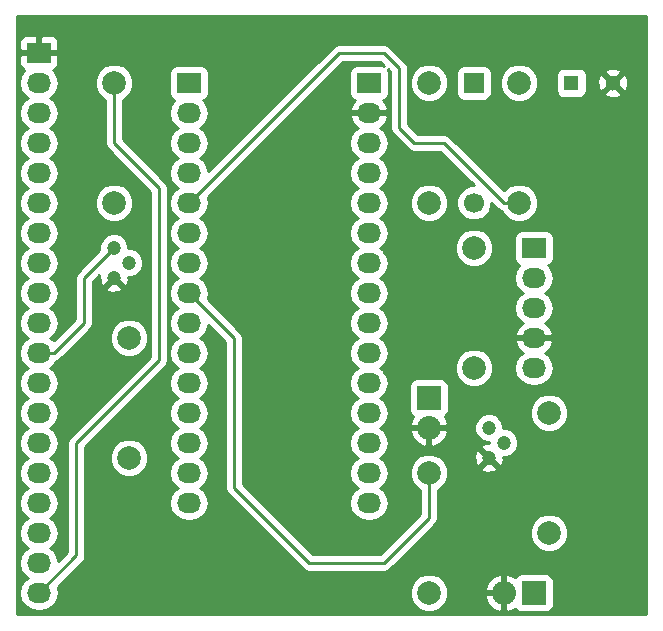
<source format=gbl>
G04 #@! TF.FileFunction,Copper,L2,Bot,Signal*
%FSLAX46Y46*%
G04 Gerber Fmt 4.6, Leading zero omitted, Abs format (unit mm)*
G04 Created by KiCad (PCBNEW 4.0.4+e1-6308~48~ubuntu16.04.1-stable) date Mon Oct 24 14:40:12 2016*
%MOMM*%
%LPD*%
G01*
G04 APERTURE LIST*
%ADD10C,0.100000*%
%ADD11R,2.032000X1.727200*%
%ADD12O,2.032000X1.727200*%
%ADD13C,1.998980*%
%ADD14C,1.200000*%
%ADD15R,2.032000X2.032000*%
%ADD16O,2.032000X2.032000*%
%ADD17C,1.699260*%
%ADD18R,1.699260X1.699260*%
%ADD19C,1.300000*%
%ADD20R,1.300000X1.300000*%
%ADD21C,0.250000*%
%ADD22C,0.254000*%
G04 APERTURE END LIST*
D10*
D11*
X31750000Y-76200000D03*
D12*
X31750000Y-78740000D03*
X31750000Y-81280000D03*
X31750000Y-83820000D03*
X31750000Y-86360000D03*
X31750000Y-88900000D03*
X31750000Y-91440000D03*
X31750000Y-93980000D03*
X31750000Y-96520000D03*
X31750000Y-99060000D03*
X31750000Y-101600000D03*
X31750000Y-104140000D03*
X31750000Y-106680000D03*
X31750000Y-109220000D03*
X31750000Y-111760000D03*
X31750000Y-114300000D03*
X31750000Y-116840000D03*
X31750000Y-119380000D03*
X31750000Y-121920000D03*
D13*
X72390000Y-88900000D03*
X72390000Y-78740000D03*
X68580000Y-92710000D03*
X68580000Y-102870000D03*
X64770000Y-121920000D03*
X64770000Y-111760000D03*
X39370000Y-110490000D03*
X39370000Y-100330000D03*
X38100000Y-78740000D03*
X38100000Y-88900000D03*
D14*
X38100000Y-95250000D03*
X39370000Y-93980000D03*
X38100000Y-92710000D03*
D15*
X73660000Y-121920000D03*
D16*
X71120000Y-121920000D03*
D15*
X64770000Y-105410000D03*
D16*
X64770000Y-107950000D03*
D11*
X73660000Y-92710000D03*
D12*
X73660000Y-95250000D03*
X73660000Y-97790000D03*
X73660000Y-100330000D03*
X73660000Y-102870000D03*
D11*
X59690000Y-78740000D03*
D12*
X59690000Y-81280000D03*
X59690000Y-83820000D03*
X59690000Y-86360000D03*
X59690000Y-88900000D03*
X59690000Y-91440000D03*
X59690000Y-93980000D03*
X59690000Y-96520000D03*
X59690000Y-99060000D03*
X59690000Y-101600000D03*
X59690000Y-104140000D03*
X59690000Y-106680000D03*
X59690000Y-109220000D03*
X59690000Y-111760000D03*
X59690000Y-114300000D03*
D11*
X44450000Y-78740000D03*
D12*
X44450000Y-81280000D03*
X44450000Y-83820000D03*
X44450000Y-86360000D03*
X44450000Y-88900000D03*
X44450000Y-91440000D03*
X44450000Y-93980000D03*
X44450000Y-96520000D03*
X44450000Y-99060000D03*
X44450000Y-101600000D03*
X44450000Y-104140000D03*
X44450000Y-106680000D03*
X44450000Y-109220000D03*
X44450000Y-111760000D03*
X44450000Y-114300000D03*
D17*
X68582540Y-88900520D03*
D18*
X68582540Y-78740520D03*
D13*
X74930000Y-106680000D03*
X74930000Y-116840000D03*
X64770000Y-78740000D03*
X64770000Y-88900000D03*
D14*
X69850000Y-110490000D03*
X71120000Y-109220000D03*
X69850000Y-107950000D03*
D19*
X80335000Y-78740000D03*
D20*
X76835000Y-78740000D03*
D21*
X69850000Y-110490000D02*
X67310000Y-107950000D01*
X71755000Y-100330000D02*
X73660000Y-100330000D01*
X70485000Y-101600000D02*
X71755000Y-100330000D01*
X70485000Y-104140000D02*
X70485000Y-101600000D01*
X67310000Y-107315000D02*
X70485000Y-104140000D01*
X67310000Y-107950000D02*
X67310000Y-107315000D01*
X35560000Y-95250000D02*
X38100000Y-92710000D01*
X35560000Y-99060000D02*
X35560000Y-95250000D01*
X33020000Y-101600000D02*
X35560000Y-99060000D01*
X31750000Y-101600000D02*
X33020000Y-101600000D01*
X34925000Y-118745000D02*
X31750000Y-121920000D01*
X34925000Y-109220000D02*
X34925000Y-118745000D01*
X41910000Y-102235000D02*
X34925000Y-109220000D01*
X41910000Y-87630000D02*
X41910000Y-102235000D01*
X38100000Y-83820000D02*
X41910000Y-87630000D01*
X38100000Y-78740000D02*
X38100000Y-83820000D01*
X72390000Y-88900000D02*
X71120000Y-88900000D01*
X71120000Y-88900000D02*
X66040000Y-83820000D01*
X66040000Y-83820000D02*
X63500000Y-83820000D01*
X63500000Y-83820000D02*
X62230000Y-82550000D01*
X62230000Y-82550000D02*
X62230000Y-77470000D01*
X62230000Y-77470000D02*
X60960000Y-76200000D01*
X60960000Y-76200000D02*
X57150000Y-76200000D01*
X57150000Y-76200000D02*
X44450000Y-88900000D01*
X64770000Y-111760000D02*
X64770000Y-115570000D01*
X64770000Y-115570000D02*
X60960000Y-119380000D01*
X60960000Y-119380000D02*
X54610000Y-119380000D01*
X54610000Y-119380000D02*
X48260000Y-113030000D01*
X48260000Y-113030000D02*
X48260000Y-100330000D01*
X48260000Y-100330000D02*
X44450000Y-96520000D01*
D22*
G36*
X83110000Y-123750000D02*
X29920000Y-123750000D01*
X29920000Y-78740000D01*
X30066655Y-78740000D01*
X30180729Y-79313489D01*
X30505585Y-79799670D01*
X30820366Y-80010000D01*
X30505585Y-80220330D01*
X30180729Y-80706511D01*
X30066655Y-81280000D01*
X30180729Y-81853489D01*
X30505585Y-82339670D01*
X30820366Y-82550000D01*
X30505585Y-82760330D01*
X30180729Y-83246511D01*
X30066655Y-83820000D01*
X30180729Y-84393489D01*
X30505585Y-84879670D01*
X30820366Y-85090000D01*
X30505585Y-85300330D01*
X30180729Y-85786511D01*
X30066655Y-86360000D01*
X30180729Y-86933489D01*
X30505585Y-87419670D01*
X30820366Y-87630000D01*
X30505585Y-87840330D01*
X30180729Y-88326511D01*
X30066655Y-88900000D01*
X30180729Y-89473489D01*
X30505585Y-89959670D01*
X30820366Y-90170000D01*
X30505585Y-90380330D01*
X30180729Y-90866511D01*
X30066655Y-91440000D01*
X30180729Y-92013489D01*
X30505585Y-92499670D01*
X30820366Y-92710000D01*
X30505585Y-92920330D01*
X30180729Y-93406511D01*
X30066655Y-93980000D01*
X30180729Y-94553489D01*
X30505585Y-95039670D01*
X30820366Y-95250000D01*
X30505585Y-95460330D01*
X30180729Y-95946511D01*
X30066655Y-96520000D01*
X30180729Y-97093489D01*
X30505585Y-97579670D01*
X30820366Y-97790000D01*
X30505585Y-98000330D01*
X30180729Y-98486511D01*
X30066655Y-99060000D01*
X30180729Y-99633489D01*
X30505585Y-100119670D01*
X30820366Y-100330000D01*
X30505585Y-100540330D01*
X30180729Y-101026511D01*
X30066655Y-101600000D01*
X30180729Y-102173489D01*
X30505585Y-102659670D01*
X30820366Y-102870000D01*
X30505585Y-103080330D01*
X30180729Y-103566511D01*
X30066655Y-104140000D01*
X30180729Y-104713489D01*
X30505585Y-105199670D01*
X30820366Y-105410000D01*
X30505585Y-105620330D01*
X30180729Y-106106511D01*
X30066655Y-106680000D01*
X30180729Y-107253489D01*
X30505585Y-107739670D01*
X30820366Y-107950000D01*
X30505585Y-108160330D01*
X30180729Y-108646511D01*
X30066655Y-109220000D01*
X30180729Y-109793489D01*
X30505585Y-110279670D01*
X30820366Y-110490000D01*
X30505585Y-110700330D01*
X30180729Y-111186511D01*
X30066655Y-111760000D01*
X30180729Y-112333489D01*
X30505585Y-112819670D01*
X30820366Y-113030000D01*
X30505585Y-113240330D01*
X30180729Y-113726511D01*
X30066655Y-114300000D01*
X30180729Y-114873489D01*
X30505585Y-115359670D01*
X30820366Y-115570000D01*
X30505585Y-115780330D01*
X30180729Y-116266511D01*
X30066655Y-116840000D01*
X30180729Y-117413489D01*
X30505585Y-117899670D01*
X30820366Y-118110000D01*
X30505585Y-118320330D01*
X30180729Y-118806511D01*
X30066655Y-119380000D01*
X30180729Y-119953489D01*
X30505585Y-120439670D01*
X30820366Y-120650000D01*
X30505585Y-120860330D01*
X30180729Y-121346511D01*
X30066655Y-121920000D01*
X30180729Y-122493489D01*
X30505585Y-122979670D01*
X30991766Y-123304526D01*
X31565255Y-123418600D01*
X31934745Y-123418600D01*
X32508234Y-123304526D01*
X32994415Y-122979670D01*
X33319271Y-122493489D01*
X33368958Y-122243694D01*
X63135226Y-122243694D01*
X63383538Y-122844655D01*
X63842927Y-123304846D01*
X64443453Y-123554206D01*
X65093694Y-123554774D01*
X65694655Y-123306462D01*
X66154846Y-122847073D01*
X66380787Y-122302944D01*
X69514025Y-122302944D01*
X69713615Y-122784818D01*
X70151621Y-123257188D01*
X70737054Y-123525983D01*
X70993000Y-123407367D01*
X70993000Y-122047000D01*
X69633164Y-122047000D01*
X69514025Y-122302944D01*
X66380787Y-122302944D01*
X66404206Y-122246547D01*
X66404774Y-121596306D01*
X66380293Y-121537056D01*
X69514025Y-121537056D01*
X69633164Y-121793000D01*
X70993000Y-121793000D01*
X70993000Y-120432633D01*
X71247000Y-120432633D01*
X71247000Y-121793000D01*
X71267000Y-121793000D01*
X71267000Y-122047000D01*
X71247000Y-122047000D01*
X71247000Y-123407367D01*
X71502946Y-123525983D01*
X72088379Y-123257188D01*
X72092934Y-123252276D01*
X72179910Y-123387441D01*
X72392110Y-123532431D01*
X72644000Y-123583440D01*
X74676000Y-123583440D01*
X74911317Y-123539162D01*
X75127441Y-123400090D01*
X75272431Y-123187890D01*
X75323440Y-122936000D01*
X75323440Y-120904000D01*
X75279162Y-120668683D01*
X75140090Y-120452559D01*
X74927890Y-120307569D01*
X74676000Y-120256560D01*
X72644000Y-120256560D01*
X72408683Y-120300838D01*
X72192559Y-120439910D01*
X72092144Y-120586872D01*
X72088379Y-120582812D01*
X71502946Y-120314017D01*
X71247000Y-120432633D01*
X70993000Y-120432633D01*
X70737054Y-120314017D01*
X70151621Y-120582812D01*
X69713615Y-121055182D01*
X69514025Y-121537056D01*
X66380293Y-121537056D01*
X66156462Y-120995345D01*
X65697073Y-120535154D01*
X65096547Y-120285794D01*
X64446306Y-120285226D01*
X63845345Y-120533538D01*
X63385154Y-120992927D01*
X63135794Y-121593453D01*
X63135226Y-122243694D01*
X33368958Y-122243694D01*
X33433345Y-121920000D01*
X33332381Y-121412421D01*
X35462401Y-119282401D01*
X35627148Y-119035839D01*
X35685000Y-118745000D01*
X35685000Y-110813694D01*
X37735226Y-110813694D01*
X37983538Y-111414655D01*
X38442927Y-111874846D01*
X39043453Y-112124206D01*
X39693694Y-112124774D01*
X40294655Y-111876462D01*
X40754846Y-111417073D01*
X41004206Y-110816547D01*
X41004774Y-110166306D01*
X40756462Y-109565345D01*
X40297073Y-109105154D01*
X39696547Y-108855794D01*
X39046306Y-108855226D01*
X38445345Y-109103538D01*
X37985154Y-109562927D01*
X37735794Y-110163453D01*
X37735226Y-110813694D01*
X35685000Y-110813694D01*
X35685000Y-109534802D01*
X42447401Y-102772401D01*
X42612148Y-102525839D01*
X42670000Y-102235000D01*
X42670000Y-87630000D01*
X42612148Y-87339161D01*
X42447401Y-87092599D01*
X38860000Y-83505198D01*
X38860000Y-81280000D01*
X42766655Y-81280000D01*
X42880729Y-81853489D01*
X43205585Y-82339670D01*
X43520366Y-82550000D01*
X43205585Y-82760330D01*
X42880729Y-83246511D01*
X42766655Y-83820000D01*
X42880729Y-84393489D01*
X43205585Y-84879670D01*
X43520366Y-85090000D01*
X43205585Y-85300330D01*
X42880729Y-85786511D01*
X42766655Y-86360000D01*
X42880729Y-86933489D01*
X43205585Y-87419670D01*
X43520366Y-87630000D01*
X43205585Y-87840330D01*
X42880729Y-88326511D01*
X42766655Y-88900000D01*
X42880729Y-89473489D01*
X43205585Y-89959670D01*
X43520366Y-90170000D01*
X43205585Y-90380330D01*
X42880729Y-90866511D01*
X42766655Y-91440000D01*
X42880729Y-92013489D01*
X43205585Y-92499670D01*
X43520366Y-92710000D01*
X43205585Y-92920330D01*
X42880729Y-93406511D01*
X42766655Y-93980000D01*
X42880729Y-94553489D01*
X43205585Y-95039670D01*
X43520366Y-95250000D01*
X43205585Y-95460330D01*
X42880729Y-95946511D01*
X42766655Y-96520000D01*
X42880729Y-97093489D01*
X43205585Y-97579670D01*
X43520366Y-97790000D01*
X43205585Y-98000330D01*
X42880729Y-98486511D01*
X42766655Y-99060000D01*
X42880729Y-99633489D01*
X43205585Y-100119670D01*
X43520366Y-100330000D01*
X43205585Y-100540330D01*
X42880729Y-101026511D01*
X42766655Y-101600000D01*
X42880729Y-102173489D01*
X43205585Y-102659670D01*
X43520366Y-102870000D01*
X43205585Y-103080330D01*
X42880729Y-103566511D01*
X42766655Y-104140000D01*
X42880729Y-104713489D01*
X43205585Y-105199670D01*
X43520366Y-105410000D01*
X43205585Y-105620330D01*
X42880729Y-106106511D01*
X42766655Y-106680000D01*
X42880729Y-107253489D01*
X43205585Y-107739670D01*
X43520366Y-107950000D01*
X43205585Y-108160330D01*
X42880729Y-108646511D01*
X42766655Y-109220000D01*
X42880729Y-109793489D01*
X43205585Y-110279670D01*
X43520366Y-110490000D01*
X43205585Y-110700330D01*
X42880729Y-111186511D01*
X42766655Y-111760000D01*
X42880729Y-112333489D01*
X43205585Y-112819670D01*
X43520366Y-113030000D01*
X43205585Y-113240330D01*
X42880729Y-113726511D01*
X42766655Y-114300000D01*
X42880729Y-114873489D01*
X43205585Y-115359670D01*
X43691766Y-115684526D01*
X44265255Y-115798600D01*
X44634745Y-115798600D01*
X45208234Y-115684526D01*
X45694415Y-115359670D01*
X46019271Y-114873489D01*
X46133345Y-114300000D01*
X46019271Y-113726511D01*
X45694415Y-113240330D01*
X45379634Y-113030000D01*
X45694415Y-112819670D01*
X46019271Y-112333489D01*
X46133345Y-111760000D01*
X46019271Y-111186511D01*
X45694415Y-110700330D01*
X45379634Y-110490000D01*
X45694415Y-110279670D01*
X46019271Y-109793489D01*
X46133345Y-109220000D01*
X46019271Y-108646511D01*
X45694415Y-108160330D01*
X45379634Y-107950000D01*
X45694415Y-107739670D01*
X46019271Y-107253489D01*
X46133345Y-106680000D01*
X46019271Y-106106511D01*
X45694415Y-105620330D01*
X45379634Y-105410000D01*
X45694415Y-105199670D01*
X46019271Y-104713489D01*
X46133345Y-104140000D01*
X46019271Y-103566511D01*
X45694415Y-103080330D01*
X45379634Y-102870000D01*
X45694415Y-102659670D01*
X46019271Y-102173489D01*
X46133345Y-101600000D01*
X46019271Y-101026511D01*
X45694415Y-100540330D01*
X45379634Y-100330000D01*
X45694415Y-100119670D01*
X46019271Y-99633489D01*
X46097152Y-99241954D01*
X47500000Y-100644802D01*
X47500000Y-113030000D01*
X47557852Y-113320839D01*
X47722599Y-113567401D01*
X54072599Y-119917401D01*
X54319161Y-120082148D01*
X54610000Y-120140000D01*
X60960000Y-120140000D01*
X61250839Y-120082148D01*
X61497401Y-119917401D01*
X64251108Y-117163694D01*
X73295226Y-117163694D01*
X73543538Y-117764655D01*
X74002927Y-118224846D01*
X74603453Y-118474206D01*
X75253694Y-118474774D01*
X75854655Y-118226462D01*
X76314846Y-117767073D01*
X76564206Y-117166547D01*
X76564774Y-116516306D01*
X76316462Y-115915345D01*
X75857073Y-115455154D01*
X75256547Y-115205794D01*
X74606306Y-115205226D01*
X74005345Y-115453538D01*
X73545154Y-115912927D01*
X73295794Y-116513453D01*
X73295226Y-117163694D01*
X64251108Y-117163694D01*
X65307401Y-116107401D01*
X65472148Y-115860839D01*
X65530000Y-115570000D01*
X65530000Y-113214496D01*
X65694655Y-113146462D01*
X66154846Y-112687073D01*
X66404206Y-112086547D01*
X66404774Y-111436306D01*
X66370244Y-111352735D01*
X69166870Y-111352735D01*
X69216383Y-111578164D01*
X69681036Y-111737807D01*
X70171413Y-111707482D01*
X70483617Y-111578164D01*
X70533130Y-111352735D01*
X69850000Y-110669605D01*
X69166870Y-111352735D01*
X66370244Y-111352735D01*
X66156462Y-110835345D01*
X65697073Y-110375154D01*
X65566743Y-110321036D01*
X68602193Y-110321036D01*
X68632518Y-110811413D01*
X68761836Y-111123617D01*
X68987265Y-111173130D01*
X69670395Y-110490000D01*
X68987265Y-109806870D01*
X68761836Y-109856383D01*
X68602193Y-110321036D01*
X65566743Y-110321036D01*
X65096547Y-110125794D01*
X64446306Y-110125226D01*
X63845345Y-110373538D01*
X63385154Y-110832927D01*
X63135794Y-111433453D01*
X63135226Y-112083694D01*
X63383538Y-112684655D01*
X63842927Y-113144846D01*
X64010000Y-113214221D01*
X64010000Y-115255198D01*
X60645198Y-118620000D01*
X54924802Y-118620000D01*
X49020000Y-112715198D01*
X49020000Y-100330000D01*
X48962148Y-100039161D01*
X48797401Y-99792599D01*
X46032381Y-97027579D01*
X46133345Y-96520000D01*
X46019271Y-95946511D01*
X45694415Y-95460330D01*
X45379634Y-95250000D01*
X45694415Y-95039670D01*
X46019271Y-94553489D01*
X46133345Y-93980000D01*
X46019271Y-93406511D01*
X45694415Y-92920330D01*
X45379634Y-92710000D01*
X45694415Y-92499670D01*
X46019271Y-92013489D01*
X46133345Y-91440000D01*
X46019271Y-90866511D01*
X45694415Y-90380330D01*
X45379634Y-90170000D01*
X45694415Y-89959670D01*
X46019271Y-89473489D01*
X46133345Y-88900000D01*
X46032381Y-88392421D01*
X50604802Y-83820000D01*
X58006655Y-83820000D01*
X58120729Y-84393489D01*
X58445585Y-84879670D01*
X58760366Y-85090000D01*
X58445585Y-85300330D01*
X58120729Y-85786511D01*
X58006655Y-86360000D01*
X58120729Y-86933489D01*
X58445585Y-87419670D01*
X58760366Y-87630000D01*
X58445585Y-87840330D01*
X58120729Y-88326511D01*
X58006655Y-88900000D01*
X58120729Y-89473489D01*
X58445585Y-89959670D01*
X58760366Y-90170000D01*
X58445585Y-90380330D01*
X58120729Y-90866511D01*
X58006655Y-91440000D01*
X58120729Y-92013489D01*
X58445585Y-92499670D01*
X58760366Y-92710000D01*
X58445585Y-92920330D01*
X58120729Y-93406511D01*
X58006655Y-93980000D01*
X58120729Y-94553489D01*
X58445585Y-95039670D01*
X58760366Y-95250000D01*
X58445585Y-95460330D01*
X58120729Y-95946511D01*
X58006655Y-96520000D01*
X58120729Y-97093489D01*
X58445585Y-97579670D01*
X58760366Y-97790000D01*
X58445585Y-98000330D01*
X58120729Y-98486511D01*
X58006655Y-99060000D01*
X58120729Y-99633489D01*
X58445585Y-100119670D01*
X58760366Y-100330000D01*
X58445585Y-100540330D01*
X58120729Y-101026511D01*
X58006655Y-101600000D01*
X58120729Y-102173489D01*
X58445585Y-102659670D01*
X58760366Y-102870000D01*
X58445585Y-103080330D01*
X58120729Y-103566511D01*
X58006655Y-104140000D01*
X58120729Y-104713489D01*
X58445585Y-105199670D01*
X58760366Y-105410000D01*
X58445585Y-105620330D01*
X58120729Y-106106511D01*
X58006655Y-106680000D01*
X58120729Y-107253489D01*
X58445585Y-107739670D01*
X58760366Y-107950000D01*
X58445585Y-108160330D01*
X58120729Y-108646511D01*
X58006655Y-109220000D01*
X58120729Y-109793489D01*
X58445585Y-110279670D01*
X58760366Y-110490000D01*
X58445585Y-110700330D01*
X58120729Y-111186511D01*
X58006655Y-111760000D01*
X58120729Y-112333489D01*
X58445585Y-112819670D01*
X58760366Y-113030000D01*
X58445585Y-113240330D01*
X58120729Y-113726511D01*
X58006655Y-114300000D01*
X58120729Y-114873489D01*
X58445585Y-115359670D01*
X58931766Y-115684526D01*
X59505255Y-115798600D01*
X59874745Y-115798600D01*
X60448234Y-115684526D01*
X60934415Y-115359670D01*
X61259271Y-114873489D01*
X61373345Y-114300000D01*
X61259271Y-113726511D01*
X60934415Y-113240330D01*
X60619634Y-113030000D01*
X60934415Y-112819670D01*
X61259271Y-112333489D01*
X61373345Y-111760000D01*
X61259271Y-111186511D01*
X60934415Y-110700330D01*
X60619634Y-110490000D01*
X60934415Y-110279670D01*
X61259271Y-109793489D01*
X61373345Y-109220000D01*
X61259271Y-108646511D01*
X61049754Y-108332946D01*
X63164017Y-108332946D01*
X63432812Y-108918379D01*
X63905182Y-109356385D01*
X64387056Y-109555975D01*
X64643000Y-109436836D01*
X64643000Y-108077000D01*
X64897000Y-108077000D01*
X64897000Y-109436836D01*
X65152944Y-109555975D01*
X65634818Y-109356385D01*
X66107188Y-108918379D01*
X66375983Y-108332946D01*
X66311858Y-108194579D01*
X68614786Y-108194579D01*
X68802408Y-108648657D01*
X69149515Y-108996371D01*
X69603266Y-109184785D01*
X69885030Y-109185031D01*
X69884973Y-109250479D01*
X69528587Y-109272518D01*
X69216383Y-109401836D01*
X69166870Y-109627265D01*
X69850000Y-110310395D01*
X69864143Y-110296253D01*
X70043748Y-110475858D01*
X70029605Y-110490000D01*
X70712735Y-111173130D01*
X70938164Y-111123617D01*
X71097807Y-110658964D01*
X71085192Y-110454970D01*
X71364579Y-110455214D01*
X71818657Y-110267592D01*
X72166371Y-109920485D01*
X72354785Y-109466734D01*
X72355214Y-108975421D01*
X72167592Y-108521343D01*
X71820485Y-108173629D01*
X71366734Y-107985215D01*
X71084970Y-107984969D01*
X71085214Y-107705421D01*
X70897592Y-107251343D01*
X70650376Y-107003694D01*
X73295226Y-107003694D01*
X73543538Y-107604655D01*
X74002927Y-108064846D01*
X74603453Y-108314206D01*
X75253694Y-108314774D01*
X75854655Y-108066462D01*
X76314846Y-107607073D01*
X76564206Y-107006547D01*
X76564774Y-106356306D01*
X76316462Y-105755345D01*
X75857073Y-105295154D01*
X75256547Y-105045794D01*
X74606306Y-105045226D01*
X74005345Y-105293538D01*
X73545154Y-105752927D01*
X73295794Y-106353453D01*
X73295226Y-107003694D01*
X70650376Y-107003694D01*
X70550485Y-106903629D01*
X70096734Y-106715215D01*
X69605421Y-106714786D01*
X69151343Y-106902408D01*
X68803629Y-107249515D01*
X68615215Y-107703266D01*
X68614786Y-108194579D01*
X66311858Y-108194579D01*
X66257367Y-108077000D01*
X64897000Y-108077000D01*
X64643000Y-108077000D01*
X63282633Y-108077000D01*
X63164017Y-108332946D01*
X61049754Y-108332946D01*
X60934415Y-108160330D01*
X60619634Y-107950000D01*
X60934415Y-107739670D01*
X61259271Y-107253489D01*
X61373345Y-106680000D01*
X61259271Y-106106511D01*
X60934415Y-105620330D01*
X60619634Y-105410000D01*
X60934415Y-105199670D01*
X61259271Y-104713489D01*
X61322821Y-104394000D01*
X63106560Y-104394000D01*
X63106560Y-106426000D01*
X63150838Y-106661317D01*
X63289910Y-106877441D01*
X63436872Y-106977856D01*
X63432812Y-106981621D01*
X63164017Y-107567054D01*
X63282633Y-107823000D01*
X64643000Y-107823000D01*
X64643000Y-107803000D01*
X64897000Y-107803000D01*
X64897000Y-107823000D01*
X66257367Y-107823000D01*
X66375983Y-107567054D01*
X66107188Y-106981621D01*
X66102276Y-106977066D01*
X66237441Y-106890090D01*
X66382431Y-106677890D01*
X66433440Y-106426000D01*
X66433440Y-104394000D01*
X66389162Y-104158683D01*
X66250090Y-103942559D01*
X66037890Y-103797569D01*
X65786000Y-103746560D01*
X63754000Y-103746560D01*
X63518683Y-103790838D01*
X63302559Y-103929910D01*
X63157569Y-104142110D01*
X63106560Y-104394000D01*
X61322821Y-104394000D01*
X61373345Y-104140000D01*
X61259271Y-103566511D01*
X61010163Y-103193694D01*
X66945226Y-103193694D01*
X67193538Y-103794655D01*
X67652927Y-104254846D01*
X68253453Y-104504206D01*
X68903694Y-104504774D01*
X69504655Y-104256462D01*
X69964846Y-103797073D01*
X70214206Y-103196547D01*
X70214491Y-102870000D01*
X71976655Y-102870000D01*
X72090729Y-103443489D01*
X72415585Y-103929670D01*
X72901766Y-104254526D01*
X73475255Y-104368600D01*
X73844745Y-104368600D01*
X74418234Y-104254526D01*
X74904415Y-103929670D01*
X75229271Y-103443489D01*
X75343345Y-102870000D01*
X75229271Y-102296511D01*
X74904415Y-101810330D01*
X74594931Y-101603539D01*
X75010732Y-101232036D01*
X75264709Y-100704791D01*
X75267358Y-100689026D01*
X75146217Y-100457000D01*
X73787000Y-100457000D01*
X73787000Y-100477000D01*
X73533000Y-100477000D01*
X73533000Y-100457000D01*
X72173783Y-100457000D01*
X72052642Y-100689026D01*
X72055291Y-100704791D01*
X72309268Y-101232036D01*
X72725069Y-101603539D01*
X72415585Y-101810330D01*
X72090729Y-102296511D01*
X71976655Y-102870000D01*
X70214491Y-102870000D01*
X70214774Y-102546306D01*
X69966462Y-101945345D01*
X69507073Y-101485154D01*
X68906547Y-101235794D01*
X68256306Y-101235226D01*
X67655345Y-101483538D01*
X67195154Y-101942927D01*
X66945794Y-102543453D01*
X66945226Y-103193694D01*
X61010163Y-103193694D01*
X60934415Y-103080330D01*
X60619634Y-102870000D01*
X60934415Y-102659670D01*
X61259271Y-102173489D01*
X61373345Y-101600000D01*
X61259271Y-101026511D01*
X60934415Y-100540330D01*
X60619634Y-100330000D01*
X60934415Y-100119670D01*
X61259271Y-99633489D01*
X61373345Y-99060000D01*
X61259271Y-98486511D01*
X60934415Y-98000330D01*
X60619634Y-97790000D01*
X60934415Y-97579670D01*
X61259271Y-97093489D01*
X61373345Y-96520000D01*
X61259271Y-95946511D01*
X60934415Y-95460330D01*
X60619634Y-95250000D01*
X71976655Y-95250000D01*
X72090729Y-95823489D01*
X72415585Y-96309670D01*
X72730366Y-96520000D01*
X72415585Y-96730330D01*
X72090729Y-97216511D01*
X71976655Y-97790000D01*
X72090729Y-98363489D01*
X72415585Y-98849670D01*
X72725069Y-99056461D01*
X72309268Y-99427964D01*
X72055291Y-99955209D01*
X72052642Y-99970974D01*
X72173783Y-100203000D01*
X73533000Y-100203000D01*
X73533000Y-100183000D01*
X73787000Y-100183000D01*
X73787000Y-100203000D01*
X75146217Y-100203000D01*
X75267358Y-99970974D01*
X75264709Y-99955209D01*
X75010732Y-99427964D01*
X74594931Y-99056461D01*
X74904415Y-98849670D01*
X75229271Y-98363489D01*
X75343345Y-97790000D01*
X75229271Y-97216511D01*
X74904415Y-96730330D01*
X74589634Y-96520000D01*
X74904415Y-96309670D01*
X75229271Y-95823489D01*
X75343345Y-95250000D01*
X75229271Y-94676511D01*
X74904415Y-94190330D01*
X74890087Y-94180757D01*
X74911317Y-94176762D01*
X75127441Y-94037690D01*
X75272431Y-93825490D01*
X75323440Y-93573600D01*
X75323440Y-91846400D01*
X75279162Y-91611083D01*
X75140090Y-91394959D01*
X74927890Y-91249969D01*
X74676000Y-91198960D01*
X72644000Y-91198960D01*
X72408683Y-91243238D01*
X72192559Y-91382310D01*
X72047569Y-91594510D01*
X71996560Y-91846400D01*
X71996560Y-93573600D01*
X72040838Y-93808917D01*
X72179910Y-94025041D01*
X72392110Y-94170031D01*
X72433439Y-94178400D01*
X72415585Y-94190330D01*
X72090729Y-94676511D01*
X71976655Y-95250000D01*
X60619634Y-95250000D01*
X60934415Y-95039670D01*
X61259271Y-94553489D01*
X61373345Y-93980000D01*
X61259271Y-93406511D01*
X61010163Y-93033694D01*
X66945226Y-93033694D01*
X67193538Y-93634655D01*
X67652927Y-94094846D01*
X68253453Y-94344206D01*
X68903694Y-94344774D01*
X69504655Y-94096462D01*
X69964846Y-93637073D01*
X70214206Y-93036547D01*
X70214774Y-92386306D01*
X69966462Y-91785345D01*
X69507073Y-91325154D01*
X68906547Y-91075794D01*
X68256306Y-91075226D01*
X67655345Y-91323538D01*
X67195154Y-91782927D01*
X66945794Y-92383453D01*
X66945226Y-93033694D01*
X61010163Y-93033694D01*
X60934415Y-92920330D01*
X60619634Y-92710000D01*
X60934415Y-92499670D01*
X61259271Y-92013489D01*
X61373345Y-91440000D01*
X61259271Y-90866511D01*
X60934415Y-90380330D01*
X60619634Y-90170000D01*
X60934415Y-89959670D01*
X61259271Y-89473489D01*
X61308958Y-89223694D01*
X63135226Y-89223694D01*
X63383538Y-89824655D01*
X63842927Y-90284846D01*
X64443453Y-90534206D01*
X65093694Y-90534774D01*
X65694655Y-90286462D01*
X66154846Y-89827073D01*
X66404206Y-89226547D01*
X66404774Y-88576306D01*
X66156462Y-87975345D01*
X65697073Y-87515154D01*
X65096547Y-87265794D01*
X64446306Y-87265226D01*
X63845345Y-87513538D01*
X63385154Y-87972927D01*
X63135794Y-88573453D01*
X63135226Y-89223694D01*
X61308958Y-89223694D01*
X61373345Y-88900000D01*
X61259271Y-88326511D01*
X60934415Y-87840330D01*
X60619634Y-87630000D01*
X60934415Y-87419670D01*
X61259271Y-86933489D01*
X61373345Y-86360000D01*
X61259271Y-85786511D01*
X60934415Y-85300330D01*
X60619634Y-85090000D01*
X60934415Y-84879670D01*
X61259271Y-84393489D01*
X61373345Y-83820000D01*
X61259271Y-83246511D01*
X60934415Y-82760330D01*
X60624931Y-82553539D01*
X61040732Y-82182036D01*
X61294709Y-81654791D01*
X61297358Y-81639026D01*
X61176217Y-81407000D01*
X59817000Y-81407000D01*
X59817000Y-81427000D01*
X59563000Y-81427000D01*
X59563000Y-81407000D01*
X58203783Y-81407000D01*
X58082642Y-81639026D01*
X58085291Y-81654791D01*
X58339268Y-82182036D01*
X58755069Y-82553539D01*
X58445585Y-82760330D01*
X58120729Y-83246511D01*
X58006655Y-83820000D01*
X50604802Y-83820000D01*
X57464802Y-76960000D01*
X60645198Y-76960000D01*
X60980865Y-77295667D01*
X60957890Y-77279969D01*
X60706000Y-77228960D01*
X58674000Y-77228960D01*
X58438683Y-77273238D01*
X58222559Y-77412310D01*
X58077569Y-77624510D01*
X58026560Y-77876400D01*
X58026560Y-79603600D01*
X58070838Y-79838917D01*
X58209910Y-80055041D01*
X58422110Y-80200031D01*
X58516927Y-80219232D01*
X58339268Y-80377964D01*
X58085291Y-80905209D01*
X58082642Y-80920974D01*
X58203783Y-81153000D01*
X59563000Y-81153000D01*
X59563000Y-81133000D01*
X59817000Y-81133000D01*
X59817000Y-81153000D01*
X61176217Y-81153000D01*
X61297358Y-80920974D01*
X61294709Y-80905209D01*
X61040732Y-80377964D01*
X60865155Y-80221093D01*
X60941317Y-80206762D01*
X61157441Y-80067690D01*
X61302431Y-79855490D01*
X61353440Y-79603600D01*
X61353440Y-77876400D01*
X61309162Y-77641083D01*
X61278264Y-77593066D01*
X61470000Y-77784802D01*
X61470000Y-82550000D01*
X61527852Y-82840839D01*
X61692599Y-83087401D01*
X62962599Y-84357401D01*
X63209160Y-84522148D01*
X63500000Y-84580000D01*
X65725198Y-84580000D01*
X68561068Y-87415870D01*
X68288524Y-87415632D01*
X67742663Y-87641178D01*
X67324666Y-88058446D01*
X67098168Y-88603913D01*
X67097652Y-89194536D01*
X67323198Y-89740397D01*
X67740466Y-90158394D01*
X68285933Y-90384892D01*
X68876556Y-90385408D01*
X69422417Y-90159862D01*
X69840414Y-89742594D01*
X70066912Y-89197127D01*
X70067152Y-88921954D01*
X70582599Y-89437401D01*
X70829161Y-89602148D01*
X70918982Y-89620015D01*
X71003538Y-89824655D01*
X71462927Y-90284846D01*
X72063453Y-90534206D01*
X72713694Y-90534774D01*
X73314655Y-90286462D01*
X73774846Y-89827073D01*
X74024206Y-89226547D01*
X74024774Y-88576306D01*
X73776462Y-87975345D01*
X73317073Y-87515154D01*
X72716547Y-87265794D01*
X72066306Y-87265226D01*
X71465345Y-87513538D01*
X71136556Y-87841754D01*
X66577401Y-83282599D01*
X66330839Y-83117852D01*
X66040000Y-83060000D01*
X63814802Y-83060000D01*
X62990000Y-82235198D01*
X62990000Y-79063694D01*
X63135226Y-79063694D01*
X63383538Y-79664655D01*
X63842927Y-80124846D01*
X64443453Y-80374206D01*
X65093694Y-80374774D01*
X65694655Y-80126462D01*
X66154846Y-79667073D01*
X66404206Y-79066547D01*
X66404774Y-78416306D01*
X66187677Y-77890890D01*
X67085470Y-77890890D01*
X67085470Y-79590150D01*
X67129748Y-79825467D01*
X67268820Y-80041591D01*
X67481020Y-80186581D01*
X67732910Y-80237590D01*
X69432170Y-80237590D01*
X69667487Y-80193312D01*
X69883611Y-80054240D01*
X70028601Y-79842040D01*
X70079610Y-79590150D01*
X70079610Y-79063694D01*
X70755226Y-79063694D01*
X71003538Y-79664655D01*
X71462927Y-80124846D01*
X72063453Y-80374206D01*
X72713694Y-80374774D01*
X73314655Y-80126462D01*
X73774846Y-79667073D01*
X74024206Y-79066547D01*
X74024774Y-78416306D01*
X73889948Y-78090000D01*
X75537560Y-78090000D01*
X75537560Y-79390000D01*
X75581838Y-79625317D01*
X75720910Y-79841441D01*
X75933110Y-79986431D01*
X76185000Y-80037440D01*
X77485000Y-80037440D01*
X77720317Y-79993162D01*
X77936441Y-79854090D01*
X78081431Y-79641890D01*
X78082012Y-79639016D01*
X79615590Y-79639016D01*
X79671271Y-79869611D01*
X80154078Y-80037622D01*
X80664428Y-80008083D01*
X80998729Y-79869611D01*
X81054410Y-79639016D01*
X80335000Y-78919605D01*
X79615590Y-79639016D01*
X78082012Y-79639016D01*
X78132440Y-79390000D01*
X78132440Y-78559078D01*
X79037378Y-78559078D01*
X79066917Y-79069428D01*
X79205389Y-79403729D01*
X79435984Y-79459410D01*
X80155395Y-78740000D01*
X80514605Y-78740000D01*
X81234016Y-79459410D01*
X81464611Y-79403729D01*
X81632622Y-78920922D01*
X81603083Y-78410572D01*
X81464611Y-78076271D01*
X81234016Y-78020590D01*
X80514605Y-78740000D01*
X80155395Y-78740000D01*
X79435984Y-78020590D01*
X79205389Y-78076271D01*
X79037378Y-78559078D01*
X78132440Y-78559078D01*
X78132440Y-78090000D01*
X78088162Y-77854683D01*
X78079347Y-77840984D01*
X79615590Y-77840984D01*
X80335000Y-78560395D01*
X81054410Y-77840984D01*
X80998729Y-77610389D01*
X80515922Y-77442378D01*
X80005572Y-77471917D01*
X79671271Y-77610389D01*
X79615590Y-77840984D01*
X78079347Y-77840984D01*
X77949090Y-77638559D01*
X77736890Y-77493569D01*
X77485000Y-77442560D01*
X76185000Y-77442560D01*
X75949683Y-77486838D01*
X75733559Y-77625910D01*
X75588569Y-77838110D01*
X75537560Y-78090000D01*
X73889948Y-78090000D01*
X73776462Y-77815345D01*
X73317073Y-77355154D01*
X72716547Y-77105794D01*
X72066306Y-77105226D01*
X71465345Y-77353538D01*
X71005154Y-77812927D01*
X70755794Y-78413453D01*
X70755226Y-79063694D01*
X70079610Y-79063694D01*
X70079610Y-77890890D01*
X70035332Y-77655573D01*
X69896260Y-77439449D01*
X69684060Y-77294459D01*
X69432170Y-77243450D01*
X67732910Y-77243450D01*
X67497593Y-77287728D01*
X67281469Y-77426800D01*
X67136479Y-77639000D01*
X67085470Y-77890890D01*
X66187677Y-77890890D01*
X66156462Y-77815345D01*
X65697073Y-77355154D01*
X65096547Y-77105794D01*
X64446306Y-77105226D01*
X63845345Y-77353538D01*
X63385154Y-77812927D01*
X63135794Y-78413453D01*
X63135226Y-79063694D01*
X62990000Y-79063694D01*
X62990000Y-77470000D01*
X62966834Y-77353538D01*
X62932148Y-77179160D01*
X62767401Y-76932599D01*
X61497401Y-75662599D01*
X61250839Y-75497852D01*
X60960000Y-75440000D01*
X57150000Y-75440000D01*
X56859160Y-75497852D01*
X56612599Y-75662599D01*
X46097152Y-86178046D01*
X46019271Y-85786511D01*
X45694415Y-85300330D01*
X45379634Y-85090000D01*
X45694415Y-84879670D01*
X46019271Y-84393489D01*
X46133345Y-83820000D01*
X46019271Y-83246511D01*
X45694415Y-82760330D01*
X45379634Y-82550000D01*
X45694415Y-82339670D01*
X46019271Y-81853489D01*
X46133345Y-81280000D01*
X46019271Y-80706511D01*
X45694415Y-80220330D01*
X45680087Y-80210757D01*
X45701317Y-80206762D01*
X45917441Y-80067690D01*
X46062431Y-79855490D01*
X46113440Y-79603600D01*
X46113440Y-77876400D01*
X46069162Y-77641083D01*
X45930090Y-77424959D01*
X45717890Y-77279969D01*
X45466000Y-77228960D01*
X43434000Y-77228960D01*
X43198683Y-77273238D01*
X42982559Y-77412310D01*
X42837569Y-77624510D01*
X42786560Y-77876400D01*
X42786560Y-79603600D01*
X42830838Y-79838917D01*
X42969910Y-80055041D01*
X43182110Y-80200031D01*
X43223439Y-80208400D01*
X43205585Y-80220330D01*
X42880729Y-80706511D01*
X42766655Y-81280000D01*
X38860000Y-81280000D01*
X38860000Y-80194496D01*
X39024655Y-80126462D01*
X39484846Y-79667073D01*
X39734206Y-79066547D01*
X39734774Y-78416306D01*
X39486462Y-77815345D01*
X39027073Y-77355154D01*
X38426547Y-77105794D01*
X37776306Y-77105226D01*
X37175345Y-77353538D01*
X36715154Y-77812927D01*
X36465794Y-78413453D01*
X36465226Y-79063694D01*
X36713538Y-79664655D01*
X37172927Y-80124846D01*
X37340000Y-80194221D01*
X37340000Y-83820000D01*
X37397852Y-84110839D01*
X37562599Y-84357401D01*
X41150000Y-87944802D01*
X41150000Y-101920198D01*
X34387599Y-108682599D01*
X34222852Y-108929161D01*
X34165000Y-109220000D01*
X34165000Y-118430198D01*
X33397152Y-119198046D01*
X33319271Y-118806511D01*
X32994415Y-118320330D01*
X32679634Y-118110000D01*
X32994415Y-117899670D01*
X33319271Y-117413489D01*
X33433345Y-116840000D01*
X33319271Y-116266511D01*
X32994415Y-115780330D01*
X32679634Y-115570000D01*
X32994415Y-115359670D01*
X33319271Y-114873489D01*
X33433345Y-114300000D01*
X33319271Y-113726511D01*
X32994415Y-113240330D01*
X32679634Y-113030000D01*
X32994415Y-112819670D01*
X33319271Y-112333489D01*
X33433345Y-111760000D01*
X33319271Y-111186511D01*
X32994415Y-110700330D01*
X32679634Y-110490000D01*
X32994415Y-110279670D01*
X33319271Y-109793489D01*
X33433345Y-109220000D01*
X33319271Y-108646511D01*
X32994415Y-108160330D01*
X32679634Y-107950000D01*
X32994415Y-107739670D01*
X33319271Y-107253489D01*
X33433345Y-106680000D01*
X33319271Y-106106511D01*
X32994415Y-105620330D01*
X32679634Y-105410000D01*
X32994415Y-105199670D01*
X33319271Y-104713489D01*
X33433345Y-104140000D01*
X33319271Y-103566511D01*
X32994415Y-103080330D01*
X32679634Y-102870000D01*
X32994415Y-102659670D01*
X33221419Y-102319935D01*
X33310839Y-102302148D01*
X33557401Y-102137401D01*
X35041108Y-100653694D01*
X37735226Y-100653694D01*
X37983538Y-101254655D01*
X38442927Y-101714846D01*
X39043453Y-101964206D01*
X39693694Y-101964774D01*
X40294655Y-101716462D01*
X40754846Y-101257073D01*
X41004206Y-100656547D01*
X41004774Y-100006306D01*
X40756462Y-99405345D01*
X40297073Y-98945154D01*
X39696547Y-98695794D01*
X39046306Y-98695226D01*
X38445345Y-98943538D01*
X37985154Y-99402927D01*
X37735794Y-100003453D01*
X37735226Y-100653694D01*
X35041108Y-100653694D01*
X36097401Y-99597401D01*
X36262148Y-99350840D01*
X36297219Y-99174526D01*
X36320000Y-99060000D01*
X36320000Y-96112735D01*
X37416870Y-96112735D01*
X37466383Y-96338164D01*
X37931036Y-96497807D01*
X38421413Y-96467482D01*
X38733617Y-96338164D01*
X38783130Y-96112735D01*
X38100000Y-95429605D01*
X37416870Y-96112735D01*
X36320000Y-96112735D01*
X36320000Y-95564802D01*
X36877540Y-95007262D01*
X36852193Y-95081036D01*
X36882518Y-95571413D01*
X37011836Y-95883617D01*
X37237265Y-95933130D01*
X37920395Y-95250000D01*
X37906253Y-95235858D01*
X38085858Y-95056253D01*
X38100000Y-95070395D01*
X38114143Y-95056253D01*
X38293748Y-95235858D01*
X38279605Y-95250000D01*
X38962735Y-95933130D01*
X39188164Y-95883617D01*
X39347807Y-95418964D01*
X39335192Y-95214970D01*
X39614579Y-95215214D01*
X40068657Y-95027592D01*
X40416371Y-94680485D01*
X40604785Y-94226734D01*
X40605214Y-93735421D01*
X40417592Y-93281343D01*
X40070485Y-92933629D01*
X39616734Y-92745215D01*
X39334970Y-92744969D01*
X39335214Y-92465421D01*
X39147592Y-92011343D01*
X38800485Y-91663629D01*
X38346734Y-91475215D01*
X37855421Y-91474786D01*
X37401343Y-91662408D01*
X37053629Y-92009515D01*
X36865215Y-92463266D01*
X36864860Y-92870338D01*
X35022599Y-94712599D01*
X34857852Y-94959161D01*
X34800000Y-95250000D01*
X34800000Y-98745198D01*
X32998602Y-100546596D01*
X32994415Y-100540330D01*
X32679634Y-100330000D01*
X32994415Y-100119670D01*
X33319271Y-99633489D01*
X33433345Y-99060000D01*
X33319271Y-98486511D01*
X32994415Y-98000330D01*
X32679634Y-97790000D01*
X32994415Y-97579670D01*
X33319271Y-97093489D01*
X33433345Y-96520000D01*
X33319271Y-95946511D01*
X32994415Y-95460330D01*
X32679634Y-95250000D01*
X32994415Y-95039670D01*
X33319271Y-94553489D01*
X33433345Y-93980000D01*
X33319271Y-93406511D01*
X32994415Y-92920330D01*
X32679634Y-92710000D01*
X32994415Y-92499670D01*
X33319271Y-92013489D01*
X33433345Y-91440000D01*
X33319271Y-90866511D01*
X32994415Y-90380330D01*
X32679634Y-90170000D01*
X32994415Y-89959670D01*
X33319271Y-89473489D01*
X33368958Y-89223694D01*
X36465226Y-89223694D01*
X36713538Y-89824655D01*
X37172927Y-90284846D01*
X37773453Y-90534206D01*
X38423694Y-90534774D01*
X39024655Y-90286462D01*
X39484846Y-89827073D01*
X39734206Y-89226547D01*
X39734774Y-88576306D01*
X39486462Y-87975345D01*
X39027073Y-87515154D01*
X38426547Y-87265794D01*
X37776306Y-87265226D01*
X37175345Y-87513538D01*
X36715154Y-87972927D01*
X36465794Y-88573453D01*
X36465226Y-89223694D01*
X33368958Y-89223694D01*
X33433345Y-88900000D01*
X33319271Y-88326511D01*
X32994415Y-87840330D01*
X32679634Y-87630000D01*
X32994415Y-87419670D01*
X33319271Y-86933489D01*
X33433345Y-86360000D01*
X33319271Y-85786511D01*
X32994415Y-85300330D01*
X32679634Y-85090000D01*
X32994415Y-84879670D01*
X33319271Y-84393489D01*
X33433345Y-83820000D01*
X33319271Y-83246511D01*
X32994415Y-82760330D01*
X32679634Y-82550000D01*
X32994415Y-82339670D01*
X33319271Y-81853489D01*
X33433345Y-81280000D01*
X33319271Y-80706511D01*
X32994415Y-80220330D01*
X32679634Y-80010000D01*
X32994415Y-79799670D01*
X33319271Y-79313489D01*
X33433345Y-78740000D01*
X33319271Y-78166511D01*
X32994415Y-77680330D01*
X32972220Y-77665500D01*
X33125699Y-77601927D01*
X33304327Y-77423298D01*
X33401000Y-77189909D01*
X33401000Y-76485750D01*
X33242250Y-76327000D01*
X31877000Y-76327000D01*
X31877000Y-76347000D01*
X31623000Y-76347000D01*
X31623000Y-76327000D01*
X30257750Y-76327000D01*
X30099000Y-76485750D01*
X30099000Y-77189909D01*
X30195673Y-77423298D01*
X30374301Y-77601927D01*
X30527780Y-77665500D01*
X30505585Y-77680330D01*
X30180729Y-78166511D01*
X30066655Y-78740000D01*
X29920000Y-78740000D01*
X29920000Y-75210091D01*
X30099000Y-75210091D01*
X30099000Y-75914250D01*
X30257750Y-76073000D01*
X31623000Y-76073000D01*
X31623000Y-74860150D01*
X31877000Y-74860150D01*
X31877000Y-76073000D01*
X33242250Y-76073000D01*
X33401000Y-75914250D01*
X33401000Y-75210091D01*
X33304327Y-74976702D01*
X33125699Y-74798073D01*
X32892310Y-74701400D01*
X32035750Y-74701400D01*
X31877000Y-74860150D01*
X31623000Y-74860150D01*
X31464250Y-74701400D01*
X30607690Y-74701400D01*
X30374301Y-74798073D01*
X30195673Y-74976702D01*
X30099000Y-75210091D01*
X29920000Y-75210091D01*
X29920000Y-73100000D01*
X83110000Y-73100000D01*
X83110000Y-123750000D01*
X83110000Y-123750000D01*
G37*
X83110000Y-123750000D02*
X29920000Y-123750000D01*
X29920000Y-78740000D01*
X30066655Y-78740000D01*
X30180729Y-79313489D01*
X30505585Y-79799670D01*
X30820366Y-80010000D01*
X30505585Y-80220330D01*
X30180729Y-80706511D01*
X30066655Y-81280000D01*
X30180729Y-81853489D01*
X30505585Y-82339670D01*
X30820366Y-82550000D01*
X30505585Y-82760330D01*
X30180729Y-83246511D01*
X30066655Y-83820000D01*
X30180729Y-84393489D01*
X30505585Y-84879670D01*
X30820366Y-85090000D01*
X30505585Y-85300330D01*
X30180729Y-85786511D01*
X30066655Y-86360000D01*
X30180729Y-86933489D01*
X30505585Y-87419670D01*
X30820366Y-87630000D01*
X30505585Y-87840330D01*
X30180729Y-88326511D01*
X30066655Y-88900000D01*
X30180729Y-89473489D01*
X30505585Y-89959670D01*
X30820366Y-90170000D01*
X30505585Y-90380330D01*
X30180729Y-90866511D01*
X30066655Y-91440000D01*
X30180729Y-92013489D01*
X30505585Y-92499670D01*
X30820366Y-92710000D01*
X30505585Y-92920330D01*
X30180729Y-93406511D01*
X30066655Y-93980000D01*
X30180729Y-94553489D01*
X30505585Y-95039670D01*
X30820366Y-95250000D01*
X30505585Y-95460330D01*
X30180729Y-95946511D01*
X30066655Y-96520000D01*
X30180729Y-97093489D01*
X30505585Y-97579670D01*
X30820366Y-97790000D01*
X30505585Y-98000330D01*
X30180729Y-98486511D01*
X30066655Y-99060000D01*
X30180729Y-99633489D01*
X30505585Y-100119670D01*
X30820366Y-100330000D01*
X30505585Y-100540330D01*
X30180729Y-101026511D01*
X30066655Y-101600000D01*
X30180729Y-102173489D01*
X30505585Y-102659670D01*
X30820366Y-102870000D01*
X30505585Y-103080330D01*
X30180729Y-103566511D01*
X30066655Y-104140000D01*
X30180729Y-104713489D01*
X30505585Y-105199670D01*
X30820366Y-105410000D01*
X30505585Y-105620330D01*
X30180729Y-106106511D01*
X30066655Y-106680000D01*
X30180729Y-107253489D01*
X30505585Y-107739670D01*
X30820366Y-107950000D01*
X30505585Y-108160330D01*
X30180729Y-108646511D01*
X30066655Y-109220000D01*
X30180729Y-109793489D01*
X30505585Y-110279670D01*
X30820366Y-110490000D01*
X30505585Y-110700330D01*
X30180729Y-111186511D01*
X30066655Y-111760000D01*
X30180729Y-112333489D01*
X30505585Y-112819670D01*
X30820366Y-113030000D01*
X30505585Y-113240330D01*
X30180729Y-113726511D01*
X30066655Y-114300000D01*
X30180729Y-114873489D01*
X30505585Y-115359670D01*
X30820366Y-115570000D01*
X30505585Y-115780330D01*
X30180729Y-116266511D01*
X30066655Y-116840000D01*
X30180729Y-117413489D01*
X30505585Y-117899670D01*
X30820366Y-118110000D01*
X30505585Y-118320330D01*
X30180729Y-118806511D01*
X30066655Y-119380000D01*
X30180729Y-119953489D01*
X30505585Y-120439670D01*
X30820366Y-120650000D01*
X30505585Y-120860330D01*
X30180729Y-121346511D01*
X30066655Y-121920000D01*
X30180729Y-122493489D01*
X30505585Y-122979670D01*
X30991766Y-123304526D01*
X31565255Y-123418600D01*
X31934745Y-123418600D01*
X32508234Y-123304526D01*
X32994415Y-122979670D01*
X33319271Y-122493489D01*
X33368958Y-122243694D01*
X63135226Y-122243694D01*
X63383538Y-122844655D01*
X63842927Y-123304846D01*
X64443453Y-123554206D01*
X65093694Y-123554774D01*
X65694655Y-123306462D01*
X66154846Y-122847073D01*
X66380787Y-122302944D01*
X69514025Y-122302944D01*
X69713615Y-122784818D01*
X70151621Y-123257188D01*
X70737054Y-123525983D01*
X70993000Y-123407367D01*
X70993000Y-122047000D01*
X69633164Y-122047000D01*
X69514025Y-122302944D01*
X66380787Y-122302944D01*
X66404206Y-122246547D01*
X66404774Y-121596306D01*
X66380293Y-121537056D01*
X69514025Y-121537056D01*
X69633164Y-121793000D01*
X70993000Y-121793000D01*
X70993000Y-120432633D01*
X71247000Y-120432633D01*
X71247000Y-121793000D01*
X71267000Y-121793000D01*
X71267000Y-122047000D01*
X71247000Y-122047000D01*
X71247000Y-123407367D01*
X71502946Y-123525983D01*
X72088379Y-123257188D01*
X72092934Y-123252276D01*
X72179910Y-123387441D01*
X72392110Y-123532431D01*
X72644000Y-123583440D01*
X74676000Y-123583440D01*
X74911317Y-123539162D01*
X75127441Y-123400090D01*
X75272431Y-123187890D01*
X75323440Y-122936000D01*
X75323440Y-120904000D01*
X75279162Y-120668683D01*
X75140090Y-120452559D01*
X74927890Y-120307569D01*
X74676000Y-120256560D01*
X72644000Y-120256560D01*
X72408683Y-120300838D01*
X72192559Y-120439910D01*
X72092144Y-120586872D01*
X72088379Y-120582812D01*
X71502946Y-120314017D01*
X71247000Y-120432633D01*
X70993000Y-120432633D01*
X70737054Y-120314017D01*
X70151621Y-120582812D01*
X69713615Y-121055182D01*
X69514025Y-121537056D01*
X66380293Y-121537056D01*
X66156462Y-120995345D01*
X65697073Y-120535154D01*
X65096547Y-120285794D01*
X64446306Y-120285226D01*
X63845345Y-120533538D01*
X63385154Y-120992927D01*
X63135794Y-121593453D01*
X63135226Y-122243694D01*
X33368958Y-122243694D01*
X33433345Y-121920000D01*
X33332381Y-121412421D01*
X35462401Y-119282401D01*
X35627148Y-119035839D01*
X35685000Y-118745000D01*
X35685000Y-110813694D01*
X37735226Y-110813694D01*
X37983538Y-111414655D01*
X38442927Y-111874846D01*
X39043453Y-112124206D01*
X39693694Y-112124774D01*
X40294655Y-111876462D01*
X40754846Y-111417073D01*
X41004206Y-110816547D01*
X41004774Y-110166306D01*
X40756462Y-109565345D01*
X40297073Y-109105154D01*
X39696547Y-108855794D01*
X39046306Y-108855226D01*
X38445345Y-109103538D01*
X37985154Y-109562927D01*
X37735794Y-110163453D01*
X37735226Y-110813694D01*
X35685000Y-110813694D01*
X35685000Y-109534802D01*
X42447401Y-102772401D01*
X42612148Y-102525839D01*
X42670000Y-102235000D01*
X42670000Y-87630000D01*
X42612148Y-87339161D01*
X42447401Y-87092599D01*
X38860000Y-83505198D01*
X38860000Y-81280000D01*
X42766655Y-81280000D01*
X42880729Y-81853489D01*
X43205585Y-82339670D01*
X43520366Y-82550000D01*
X43205585Y-82760330D01*
X42880729Y-83246511D01*
X42766655Y-83820000D01*
X42880729Y-84393489D01*
X43205585Y-84879670D01*
X43520366Y-85090000D01*
X43205585Y-85300330D01*
X42880729Y-85786511D01*
X42766655Y-86360000D01*
X42880729Y-86933489D01*
X43205585Y-87419670D01*
X43520366Y-87630000D01*
X43205585Y-87840330D01*
X42880729Y-88326511D01*
X42766655Y-88900000D01*
X42880729Y-89473489D01*
X43205585Y-89959670D01*
X43520366Y-90170000D01*
X43205585Y-90380330D01*
X42880729Y-90866511D01*
X42766655Y-91440000D01*
X42880729Y-92013489D01*
X43205585Y-92499670D01*
X43520366Y-92710000D01*
X43205585Y-92920330D01*
X42880729Y-93406511D01*
X42766655Y-93980000D01*
X42880729Y-94553489D01*
X43205585Y-95039670D01*
X43520366Y-95250000D01*
X43205585Y-95460330D01*
X42880729Y-95946511D01*
X42766655Y-96520000D01*
X42880729Y-97093489D01*
X43205585Y-97579670D01*
X43520366Y-97790000D01*
X43205585Y-98000330D01*
X42880729Y-98486511D01*
X42766655Y-99060000D01*
X42880729Y-99633489D01*
X43205585Y-100119670D01*
X43520366Y-100330000D01*
X43205585Y-100540330D01*
X42880729Y-101026511D01*
X42766655Y-101600000D01*
X42880729Y-102173489D01*
X43205585Y-102659670D01*
X43520366Y-102870000D01*
X43205585Y-103080330D01*
X42880729Y-103566511D01*
X42766655Y-104140000D01*
X42880729Y-104713489D01*
X43205585Y-105199670D01*
X43520366Y-105410000D01*
X43205585Y-105620330D01*
X42880729Y-106106511D01*
X42766655Y-106680000D01*
X42880729Y-107253489D01*
X43205585Y-107739670D01*
X43520366Y-107950000D01*
X43205585Y-108160330D01*
X42880729Y-108646511D01*
X42766655Y-109220000D01*
X42880729Y-109793489D01*
X43205585Y-110279670D01*
X43520366Y-110490000D01*
X43205585Y-110700330D01*
X42880729Y-111186511D01*
X42766655Y-111760000D01*
X42880729Y-112333489D01*
X43205585Y-112819670D01*
X43520366Y-113030000D01*
X43205585Y-113240330D01*
X42880729Y-113726511D01*
X42766655Y-114300000D01*
X42880729Y-114873489D01*
X43205585Y-115359670D01*
X43691766Y-115684526D01*
X44265255Y-115798600D01*
X44634745Y-115798600D01*
X45208234Y-115684526D01*
X45694415Y-115359670D01*
X46019271Y-114873489D01*
X46133345Y-114300000D01*
X46019271Y-113726511D01*
X45694415Y-113240330D01*
X45379634Y-113030000D01*
X45694415Y-112819670D01*
X46019271Y-112333489D01*
X46133345Y-111760000D01*
X46019271Y-111186511D01*
X45694415Y-110700330D01*
X45379634Y-110490000D01*
X45694415Y-110279670D01*
X46019271Y-109793489D01*
X46133345Y-109220000D01*
X46019271Y-108646511D01*
X45694415Y-108160330D01*
X45379634Y-107950000D01*
X45694415Y-107739670D01*
X46019271Y-107253489D01*
X46133345Y-106680000D01*
X46019271Y-106106511D01*
X45694415Y-105620330D01*
X45379634Y-105410000D01*
X45694415Y-105199670D01*
X46019271Y-104713489D01*
X46133345Y-104140000D01*
X46019271Y-103566511D01*
X45694415Y-103080330D01*
X45379634Y-102870000D01*
X45694415Y-102659670D01*
X46019271Y-102173489D01*
X46133345Y-101600000D01*
X46019271Y-101026511D01*
X45694415Y-100540330D01*
X45379634Y-100330000D01*
X45694415Y-100119670D01*
X46019271Y-99633489D01*
X46097152Y-99241954D01*
X47500000Y-100644802D01*
X47500000Y-113030000D01*
X47557852Y-113320839D01*
X47722599Y-113567401D01*
X54072599Y-119917401D01*
X54319161Y-120082148D01*
X54610000Y-120140000D01*
X60960000Y-120140000D01*
X61250839Y-120082148D01*
X61497401Y-119917401D01*
X64251108Y-117163694D01*
X73295226Y-117163694D01*
X73543538Y-117764655D01*
X74002927Y-118224846D01*
X74603453Y-118474206D01*
X75253694Y-118474774D01*
X75854655Y-118226462D01*
X76314846Y-117767073D01*
X76564206Y-117166547D01*
X76564774Y-116516306D01*
X76316462Y-115915345D01*
X75857073Y-115455154D01*
X75256547Y-115205794D01*
X74606306Y-115205226D01*
X74005345Y-115453538D01*
X73545154Y-115912927D01*
X73295794Y-116513453D01*
X73295226Y-117163694D01*
X64251108Y-117163694D01*
X65307401Y-116107401D01*
X65472148Y-115860839D01*
X65530000Y-115570000D01*
X65530000Y-113214496D01*
X65694655Y-113146462D01*
X66154846Y-112687073D01*
X66404206Y-112086547D01*
X66404774Y-111436306D01*
X66370244Y-111352735D01*
X69166870Y-111352735D01*
X69216383Y-111578164D01*
X69681036Y-111737807D01*
X70171413Y-111707482D01*
X70483617Y-111578164D01*
X70533130Y-111352735D01*
X69850000Y-110669605D01*
X69166870Y-111352735D01*
X66370244Y-111352735D01*
X66156462Y-110835345D01*
X65697073Y-110375154D01*
X65566743Y-110321036D01*
X68602193Y-110321036D01*
X68632518Y-110811413D01*
X68761836Y-111123617D01*
X68987265Y-111173130D01*
X69670395Y-110490000D01*
X68987265Y-109806870D01*
X68761836Y-109856383D01*
X68602193Y-110321036D01*
X65566743Y-110321036D01*
X65096547Y-110125794D01*
X64446306Y-110125226D01*
X63845345Y-110373538D01*
X63385154Y-110832927D01*
X63135794Y-111433453D01*
X63135226Y-112083694D01*
X63383538Y-112684655D01*
X63842927Y-113144846D01*
X64010000Y-113214221D01*
X64010000Y-115255198D01*
X60645198Y-118620000D01*
X54924802Y-118620000D01*
X49020000Y-112715198D01*
X49020000Y-100330000D01*
X48962148Y-100039161D01*
X48797401Y-99792599D01*
X46032381Y-97027579D01*
X46133345Y-96520000D01*
X46019271Y-95946511D01*
X45694415Y-95460330D01*
X45379634Y-95250000D01*
X45694415Y-95039670D01*
X46019271Y-94553489D01*
X46133345Y-93980000D01*
X46019271Y-93406511D01*
X45694415Y-92920330D01*
X45379634Y-92710000D01*
X45694415Y-92499670D01*
X46019271Y-92013489D01*
X46133345Y-91440000D01*
X46019271Y-90866511D01*
X45694415Y-90380330D01*
X45379634Y-90170000D01*
X45694415Y-89959670D01*
X46019271Y-89473489D01*
X46133345Y-88900000D01*
X46032381Y-88392421D01*
X50604802Y-83820000D01*
X58006655Y-83820000D01*
X58120729Y-84393489D01*
X58445585Y-84879670D01*
X58760366Y-85090000D01*
X58445585Y-85300330D01*
X58120729Y-85786511D01*
X58006655Y-86360000D01*
X58120729Y-86933489D01*
X58445585Y-87419670D01*
X58760366Y-87630000D01*
X58445585Y-87840330D01*
X58120729Y-88326511D01*
X58006655Y-88900000D01*
X58120729Y-89473489D01*
X58445585Y-89959670D01*
X58760366Y-90170000D01*
X58445585Y-90380330D01*
X58120729Y-90866511D01*
X58006655Y-91440000D01*
X58120729Y-92013489D01*
X58445585Y-92499670D01*
X58760366Y-92710000D01*
X58445585Y-92920330D01*
X58120729Y-93406511D01*
X58006655Y-93980000D01*
X58120729Y-94553489D01*
X58445585Y-95039670D01*
X58760366Y-95250000D01*
X58445585Y-95460330D01*
X58120729Y-95946511D01*
X58006655Y-96520000D01*
X58120729Y-97093489D01*
X58445585Y-97579670D01*
X58760366Y-97790000D01*
X58445585Y-98000330D01*
X58120729Y-98486511D01*
X58006655Y-99060000D01*
X58120729Y-99633489D01*
X58445585Y-100119670D01*
X58760366Y-100330000D01*
X58445585Y-100540330D01*
X58120729Y-101026511D01*
X58006655Y-101600000D01*
X58120729Y-102173489D01*
X58445585Y-102659670D01*
X58760366Y-102870000D01*
X58445585Y-103080330D01*
X58120729Y-103566511D01*
X58006655Y-104140000D01*
X58120729Y-104713489D01*
X58445585Y-105199670D01*
X58760366Y-105410000D01*
X58445585Y-105620330D01*
X58120729Y-106106511D01*
X58006655Y-106680000D01*
X58120729Y-107253489D01*
X58445585Y-107739670D01*
X58760366Y-107950000D01*
X58445585Y-108160330D01*
X58120729Y-108646511D01*
X58006655Y-109220000D01*
X58120729Y-109793489D01*
X58445585Y-110279670D01*
X58760366Y-110490000D01*
X58445585Y-110700330D01*
X58120729Y-111186511D01*
X58006655Y-111760000D01*
X58120729Y-112333489D01*
X58445585Y-112819670D01*
X58760366Y-113030000D01*
X58445585Y-113240330D01*
X58120729Y-113726511D01*
X58006655Y-114300000D01*
X58120729Y-114873489D01*
X58445585Y-115359670D01*
X58931766Y-115684526D01*
X59505255Y-115798600D01*
X59874745Y-115798600D01*
X60448234Y-115684526D01*
X60934415Y-115359670D01*
X61259271Y-114873489D01*
X61373345Y-114300000D01*
X61259271Y-113726511D01*
X60934415Y-113240330D01*
X60619634Y-113030000D01*
X60934415Y-112819670D01*
X61259271Y-112333489D01*
X61373345Y-111760000D01*
X61259271Y-111186511D01*
X60934415Y-110700330D01*
X60619634Y-110490000D01*
X60934415Y-110279670D01*
X61259271Y-109793489D01*
X61373345Y-109220000D01*
X61259271Y-108646511D01*
X61049754Y-108332946D01*
X63164017Y-108332946D01*
X63432812Y-108918379D01*
X63905182Y-109356385D01*
X64387056Y-109555975D01*
X64643000Y-109436836D01*
X64643000Y-108077000D01*
X64897000Y-108077000D01*
X64897000Y-109436836D01*
X65152944Y-109555975D01*
X65634818Y-109356385D01*
X66107188Y-108918379D01*
X66375983Y-108332946D01*
X66311858Y-108194579D01*
X68614786Y-108194579D01*
X68802408Y-108648657D01*
X69149515Y-108996371D01*
X69603266Y-109184785D01*
X69885030Y-109185031D01*
X69884973Y-109250479D01*
X69528587Y-109272518D01*
X69216383Y-109401836D01*
X69166870Y-109627265D01*
X69850000Y-110310395D01*
X69864143Y-110296253D01*
X70043748Y-110475858D01*
X70029605Y-110490000D01*
X70712735Y-111173130D01*
X70938164Y-111123617D01*
X71097807Y-110658964D01*
X71085192Y-110454970D01*
X71364579Y-110455214D01*
X71818657Y-110267592D01*
X72166371Y-109920485D01*
X72354785Y-109466734D01*
X72355214Y-108975421D01*
X72167592Y-108521343D01*
X71820485Y-108173629D01*
X71366734Y-107985215D01*
X71084970Y-107984969D01*
X71085214Y-107705421D01*
X70897592Y-107251343D01*
X70650376Y-107003694D01*
X73295226Y-107003694D01*
X73543538Y-107604655D01*
X74002927Y-108064846D01*
X74603453Y-108314206D01*
X75253694Y-108314774D01*
X75854655Y-108066462D01*
X76314846Y-107607073D01*
X76564206Y-107006547D01*
X76564774Y-106356306D01*
X76316462Y-105755345D01*
X75857073Y-105295154D01*
X75256547Y-105045794D01*
X74606306Y-105045226D01*
X74005345Y-105293538D01*
X73545154Y-105752927D01*
X73295794Y-106353453D01*
X73295226Y-107003694D01*
X70650376Y-107003694D01*
X70550485Y-106903629D01*
X70096734Y-106715215D01*
X69605421Y-106714786D01*
X69151343Y-106902408D01*
X68803629Y-107249515D01*
X68615215Y-107703266D01*
X68614786Y-108194579D01*
X66311858Y-108194579D01*
X66257367Y-108077000D01*
X64897000Y-108077000D01*
X64643000Y-108077000D01*
X63282633Y-108077000D01*
X63164017Y-108332946D01*
X61049754Y-108332946D01*
X60934415Y-108160330D01*
X60619634Y-107950000D01*
X60934415Y-107739670D01*
X61259271Y-107253489D01*
X61373345Y-106680000D01*
X61259271Y-106106511D01*
X60934415Y-105620330D01*
X60619634Y-105410000D01*
X60934415Y-105199670D01*
X61259271Y-104713489D01*
X61322821Y-104394000D01*
X63106560Y-104394000D01*
X63106560Y-106426000D01*
X63150838Y-106661317D01*
X63289910Y-106877441D01*
X63436872Y-106977856D01*
X63432812Y-106981621D01*
X63164017Y-107567054D01*
X63282633Y-107823000D01*
X64643000Y-107823000D01*
X64643000Y-107803000D01*
X64897000Y-107803000D01*
X64897000Y-107823000D01*
X66257367Y-107823000D01*
X66375983Y-107567054D01*
X66107188Y-106981621D01*
X66102276Y-106977066D01*
X66237441Y-106890090D01*
X66382431Y-106677890D01*
X66433440Y-106426000D01*
X66433440Y-104394000D01*
X66389162Y-104158683D01*
X66250090Y-103942559D01*
X66037890Y-103797569D01*
X65786000Y-103746560D01*
X63754000Y-103746560D01*
X63518683Y-103790838D01*
X63302559Y-103929910D01*
X63157569Y-104142110D01*
X63106560Y-104394000D01*
X61322821Y-104394000D01*
X61373345Y-104140000D01*
X61259271Y-103566511D01*
X61010163Y-103193694D01*
X66945226Y-103193694D01*
X67193538Y-103794655D01*
X67652927Y-104254846D01*
X68253453Y-104504206D01*
X68903694Y-104504774D01*
X69504655Y-104256462D01*
X69964846Y-103797073D01*
X70214206Y-103196547D01*
X70214491Y-102870000D01*
X71976655Y-102870000D01*
X72090729Y-103443489D01*
X72415585Y-103929670D01*
X72901766Y-104254526D01*
X73475255Y-104368600D01*
X73844745Y-104368600D01*
X74418234Y-104254526D01*
X74904415Y-103929670D01*
X75229271Y-103443489D01*
X75343345Y-102870000D01*
X75229271Y-102296511D01*
X74904415Y-101810330D01*
X74594931Y-101603539D01*
X75010732Y-101232036D01*
X75264709Y-100704791D01*
X75267358Y-100689026D01*
X75146217Y-100457000D01*
X73787000Y-100457000D01*
X73787000Y-100477000D01*
X73533000Y-100477000D01*
X73533000Y-100457000D01*
X72173783Y-100457000D01*
X72052642Y-100689026D01*
X72055291Y-100704791D01*
X72309268Y-101232036D01*
X72725069Y-101603539D01*
X72415585Y-101810330D01*
X72090729Y-102296511D01*
X71976655Y-102870000D01*
X70214491Y-102870000D01*
X70214774Y-102546306D01*
X69966462Y-101945345D01*
X69507073Y-101485154D01*
X68906547Y-101235794D01*
X68256306Y-101235226D01*
X67655345Y-101483538D01*
X67195154Y-101942927D01*
X66945794Y-102543453D01*
X66945226Y-103193694D01*
X61010163Y-103193694D01*
X60934415Y-103080330D01*
X60619634Y-102870000D01*
X60934415Y-102659670D01*
X61259271Y-102173489D01*
X61373345Y-101600000D01*
X61259271Y-101026511D01*
X60934415Y-100540330D01*
X60619634Y-100330000D01*
X60934415Y-100119670D01*
X61259271Y-99633489D01*
X61373345Y-99060000D01*
X61259271Y-98486511D01*
X60934415Y-98000330D01*
X60619634Y-97790000D01*
X60934415Y-97579670D01*
X61259271Y-97093489D01*
X61373345Y-96520000D01*
X61259271Y-95946511D01*
X60934415Y-95460330D01*
X60619634Y-95250000D01*
X71976655Y-95250000D01*
X72090729Y-95823489D01*
X72415585Y-96309670D01*
X72730366Y-96520000D01*
X72415585Y-96730330D01*
X72090729Y-97216511D01*
X71976655Y-97790000D01*
X72090729Y-98363489D01*
X72415585Y-98849670D01*
X72725069Y-99056461D01*
X72309268Y-99427964D01*
X72055291Y-99955209D01*
X72052642Y-99970974D01*
X72173783Y-100203000D01*
X73533000Y-100203000D01*
X73533000Y-100183000D01*
X73787000Y-100183000D01*
X73787000Y-100203000D01*
X75146217Y-100203000D01*
X75267358Y-99970974D01*
X75264709Y-99955209D01*
X75010732Y-99427964D01*
X74594931Y-99056461D01*
X74904415Y-98849670D01*
X75229271Y-98363489D01*
X75343345Y-97790000D01*
X75229271Y-97216511D01*
X74904415Y-96730330D01*
X74589634Y-96520000D01*
X74904415Y-96309670D01*
X75229271Y-95823489D01*
X75343345Y-95250000D01*
X75229271Y-94676511D01*
X74904415Y-94190330D01*
X74890087Y-94180757D01*
X74911317Y-94176762D01*
X75127441Y-94037690D01*
X75272431Y-93825490D01*
X75323440Y-93573600D01*
X75323440Y-91846400D01*
X75279162Y-91611083D01*
X75140090Y-91394959D01*
X74927890Y-91249969D01*
X74676000Y-91198960D01*
X72644000Y-91198960D01*
X72408683Y-91243238D01*
X72192559Y-91382310D01*
X72047569Y-91594510D01*
X71996560Y-91846400D01*
X71996560Y-93573600D01*
X72040838Y-93808917D01*
X72179910Y-94025041D01*
X72392110Y-94170031D01*
X72433439Y-94178400D01*
X72415585Y-94190330D01*
X72090729Y-94676511D01*
X71976655Y-95250000D01*
X60619634Y-95250000D01*
X60934415Y-95039670D01*
X61259271Y-94553489D01*
X61373345Y-93980000D01*
X61259271Y-93406511D01*
X61010163Y-93033694D01*
X66945226Y-93033694D01*
X67193538Y-93634655D01*
X67652927Y-94094846D01*
X68253453Y-94344206D01*
X68903694Y-94344774D01*
X69504655Y-94096462D01*
X69964846Y-93637073D01*
X70214206Y-93036547D01*
X70214774Y-92386306D01*
X69966462Y-91785345D01*
X69507073Y-91325154D01*
X68906547Y-91075794D01*
X68256306Y-91075226D01*
X67655345Y-91323538D01*
X67195154Y-91782927D01*
X66945794Y-92383453D01*
X66945226Y-93033694D01*
X61010163Y-93033694D01*
X60934415Y-92920330D01*
X60619634Y-92710000D01*
X60934415Y-92499670D01*
X61259271Y-92013489D01*
X61373345Y-91440000D01*
X61259271Y-90866511D01*
X60934415Y-90380330D01*
X60619634Y-90170000D01*
X60934415Y-89959670D01*
X61259271Y-89473489D01*
X61308958Y-89223694D01*
X63135226Y-89223694D01*
X63383538Y-89824655D01*
X63842927Y-90284846D01*
X64443453Y-90534206D01*
X65093694Y-90534774D01*
X65694655Y-90286462D01*
X66154846Y-89827073D01*
X66404206Y-89226547D01*
X66404774Y-88576306D01*
X66156462Y-87975345D01*
X65697073Y-87515154D01*
X65096547Y-87265794D01*
X64446306Y-87265226D01*
X63845345Y-87513538D01*
X63385154Y-87972927D01*
X63135794Y-88573453D01*
X63135226Y-89223694D01*
X61308958Y-89223694D01*
X61373345Y-88900000D01*
X61259271Y-88326511D01*
X60934415Y-87840330D01*
X60619634Y-87630000D01*
X60934415Y-87419670D01*
X61259271Y-86933489D01*
X61373345Y-86360000D01*
X61259271Y-85786511D01*
X60934415Y-85300330D01*
X60619634Y-85090000D01*
X60934415Y-84879670D01*
X61259271Y-84393489D01*
X61373345Y-83820000D01*
X61259271Y-83246511D01*
X60934415Y-82760330D01*
X60624931Y-82553539D01*
X61040732Y-82182036D01*
X61294709Y-81654791D01*
X61297358Y-81639026D01*
X61176217Y-81407000D01*
X59817000Y-81407000D01*
X59817000Y-81427000D01*
X59563000Y-81427000D01*
X59563000Y-81407000D01*
X58203783Y-81407000D01*
X58082642Y-81639026D01*
X58085291Y-81654791D01*
X58339268Y-82182036D01*
X58755069Y-82553539D01*
X58445585Y-82760330D01*
X58120729Y-83246511D01*
X58006655Y-83820000D01*
X50604802Y-83820000D01*
X57464802Y-76960000D01*
X60645198Y-76960000D01*
X60980865Y-77295667D01*
X60957890Y-77279969D01*
X60706000Y-77228960D01*
X58674000Y-77228960D01*
X58438683Y-77273238D01*
X58222559Y-77412310D01*
X58077569Y-77624510D01*
X58026560Y-77876400D01*
X58026560Y-79603600D01*
X58070838Y-79838917D01*
X58209910Y-80055041D01*
X58422110Y-80200031D01*
X58516927Y-80219232D01*
X58339268Y-80377964D01*
X58085291Y-80905209D01*
X58082642Y-80920974D01*
X58203783Y-81153000D01*
X59563000Y-81153000D01*
X59563000Y-81133000D01*
X59817000Y-81133000D01*
X59817000Y-81153000D01*
X61176217Y-81153000D01*
X61297358Y-80920974D01*
X61294709Y-80905209D01*
X61040732Y-80377964D01*
X60865155Y-80221093D01*
X60941317Y-80206762D01*
X61157441Y-80067690D01*
X61302431Y-79855490D01*
X61353440Y-79603600D01*
X61353440Y-77876400D01*
X61309162Y-77641083D01*
X61278264Y-77593066D01*
X61470000Y-77784802D01*
X61470000Y-82550000D01*
X61527852Y-82840839D01*
X61692599Y-83087401D01*
X62962599Y-84357401D01*
X63209160Y-84522148D01*
X63500000Y-84580000D01*
X65725198Y-84580000D01*
X68561068Y-87415870D01*
X68288524Y-87415632D01*
X67742663Y-87641178D01*
X67324666Y-88058446D01*
X67098168Y-88603913D01*
X67097652Y-89194536D01*
X67323198Y-89740397D01*
X67740466Y-90158394D01*
X68285933Y-90384892D01*
X68876556Y-90385408D01*
X69422417Y-90159862D01*
X69840414Y-89742594D01*
X70066912Y-89197127D01*
X70067152Y-88921954D01*
X70582599Y-89437401D01*
X70829161Y-89602148D01*
X70918982Y-89620015D01*
X71003538Y-89824655D01*
X71462927Y-90284846D01*
X72063453Y-90534206D01*
X72713694Y-90534774D01*
X73314655Y-90286462D01*
X73774846Y-89827073D01*
X74024206Y-89226547D01*
X74024774Y-88576306D01*
X73776462Y-87975345D01*
X73317073Y-87515154D01*
X72716547Y-87265794D01*
X72066306Y-87265226D01*
X71465345Y-87513538D01*
X71136556Y-87841754D01*
X66577401Y-83282599D01*
X66330839Y-83117852D01*
X66040000Y-83060000D01*
X63814802Y-83060000D01*
X62990000Y-82235198D01*
X62990000Y-79063694D01*
X63135226Y-79063694D01*
X63383538Y-79664655D01*
X63842927Y-80124846D01*
X64443453Y-80374206D01*
X65093694Y-80374774D01*
X65694655Y-80126462D01*
X66154846Y-79667073D01*
X66404206Y-79066547D01*
X66404774Y-78416306D01*
X66187677Y-77890890D01*
X67085470Y-77890890D01*
X67085470Y-79590150D01*
X67129748Y-79825467D01*
X67268820Y-80041591D01*
X67481020Y-80186581D01*
X67732910Y-80237590D01*
X69432170Y-80237590D01*
X69667487Y-80193312D01*
X69883611Y-80054240D01*
X70028601Y-79842040D01*
X70079610Y-79590150D01*
X70079610Y-79063694D01*
X70755226Y-79063694D01*
X71003538Y-79664655D01*
X71462927Y-80124846D01*
X72063453Y-80374206D01*
X72713694Y-80374774D01*
X73314655Y-80126462D01*
X73774846Y-79667073D01*
X74024206Y-79066547D01*
X74024774Y-78416306D01*
X73889948Y-78090000D01*
X75537560Y-78090000D01*
X75537560Y-79390000D01*
X75581838Y-79625317D01*
X75720910Y-79841441D01*
X75933110Y-79986431D01*
X76185000Y-80037440D01*
X77485000Y-80037440D01*
X77720317Y-79993162D01*
X77936441Y-79854090D01*
X78081431Y-79641890D01*
X78082012Y-79639016D01*
X79615590Y-79639016D01*
X79671271Y-79869611D01*
X80154078Y-80037622D01*
X80664428Y-80008083D01*
X80998729Y-79869611D01*
X81054410Y-79639016D01*
X80335000Y-78919605D01*
X79615590Y-79639016D01*
X78082012Y-79639016D01*
X78132440Y-79390000D01*
X78132440Y-78559078D01*
X79037378Y-78559078D01*
X79066917Y-79069428D01*
X79205389Y-79403729D01*
X79435984Y-79459410D01*
X80155395Y-78740000D01*
X80514605Y-78740000D01*
X81234016Y-79459410D01*
X81464611Y-79403729D01*
X81632622Y-78920922D01*
X81603083Y-78410572D01*
X81464611Y-78076271D01*
X81234016Y-78020590D01*
X80514605Y-78740000D01*
X80155395Y-78740000D01*
X79435984Y-78020590D01*
X79205389Y-78076271D01*
X79037378Y-78559078D01*
X78132440Y-78559078D01*
X78132440Y-78090000D01*
X78088162Y-77854683D01*
X78079347Y-77840984D01*
X79615590Y-77840984D01*
X80335000Y-78560395D01*
X81054410Y-77840984D01*
X80998729Y-77610389D01*
X80515922Y-77442378D01*
X80005572Y-77471917D01*
X79671271Y-77610389D01*
X79615590Y-77840984D01*
X78079347Y-77840984D01*
X77949090Y-77638559D01*
X77736890Y-77493569D01*
X77485000Y-77442560D01*
X76185000Y-77442560D01*
X75949683Y-77486838D01*
X75733559Y-77625910D01*
X75588569Y-77838110D01*
X75537560Y-78090000D01*
X73889948Y-78090000D01*
X73776462Y-77815345D01*
X73317073Y-77355154D01*
X72716547Y-77105794D01*
X72066306Y-77105226D01*
X71465345Y-77353538D01*
X71005154Y-77812927D01*
X70755794Y-78413453D01*
X70755226Y-79063694D01*
X70079610Y-79063694D01*
X70079610Y-77890890D01*
X70035332Y-77655573D01*
X69896260Y-77439449D01*
X69684060Y-77294459D01*
X69432170Y-77243450D01*
X67732910Y-77243450D01*
X67497593Y-77287728D01*
X67281469Y-77426800D01*
X67136479Y-77639000D01*
X67085470Y-77890890D01*
X66187677Y-77890890D01*
X66156462Y-77815345D01*
X65697073Y-77355154D01*
X65096547Y-77105794D01*
X64446306Y-77105226D01*
X63845345Y-77353538D01*
X63385154Y-77812927D01*
X63135794Y-78413453D01*
X63135226Y-79063694D01*
X62990000Y-79063694D01*
X62990000Y-77470000D01*
X62966834Y-77353538D01*
X62932148Y-77179160D01*
X62767401Y-76932599D01*
X61497401Y-75662599D01*
X61250839Y-75497852D01*
X60960000Y-75440000D01*
X57150000Y-75440000D01*
X56859160Y-75497852D01*
X56612599Y-75662599D01*
X46097152Y-86178046D01*
X46019271Y-85786511D01*
X45694415Y-85300330D01*
X45379634Y-85090000D01*
X45694415Y-84879670D01*
X46019271Y-84393489D01*
X46133345Y-83820000D01*
X46019271Y-83246511D01*
X45694415Y-82760330D01*
X45379634Y-82550000D01*
X45694415Y-82339670D01*
X46019271Y-81853489D01*
X46133345Y-81280000D01*
X46019271Y-80706511D01*
X45694415Y-80220330D01*
X45680087Y-80210757D01*
X45701317Y-80206762D01*
X45917441Y-80067690D01*
X46062431Y-79855490D01*
X46113440Y-79603600D01*
X46113440Y-77876400D01*
X46069162Y-77641083D01*
X45930090Y-77424959D01*
X45717890Y-77279969D01*
X45466000Y-77228960D01*
X43434000Y-77228960D01*
X43198683Y-77273238D01*
X42982559Y-77412310D01*
X42837569Y-77624510D01*
X42786560Y-77876400D01*
X42786560Y-79603600D01*
X42830838Y-79838917D01*
X42969910Y-80055041D01*
X43182110Y-80200031D01*
X43223439Y-80208400D01*
X43205585Y-80220330D01*
X42880729Y-80706511D01*
X42766655Y-81280000D01*
X38860000Y-81280000D01*
X38860000Y-80194496D01*
X39024655Y-80126462D01*
X39484846Y-79667073D01*
X39734206Y-79066547D01*
X39734774Y-78416306D01*
X39486462Y-77815345D01*
X39027073Y-77355154D01*
X38426547Y-77105794D01*
X37776306Y-77105226D01*
X37175345Y-77353538D01*
X36715154Y-77812927D01*
X36465794Y-78413453D01*
X36465226Y-79063694D01*
X36713538Y-79664655D01*
X37172927Y-80124846D01*
X37340000Y-80194221D01*
X37340000Y-83820000D01*
X37397852Y-84110839D01*
X37562599Y-84357401D01*
X41150000Y-87944802D01*
X41150000Y-101920198D01*
X34387599Y-108682599D01*
X34222852Y-108929161D01*
X34165000Y-109220000D01*
X34165000Y-118430198D01*
X33397152Y-119198046D01*
X33319271Y-118806511D01*
X32994415Y-118320330D01*
X32679634Y-118110000D01*
X32994415Y-117899670D01*
X33319271Y-117413489D01*
X33433345Y-116840000D01*
X33319271Y-116266511D01*
X32994415Y-115780330D01*
X32679634Y-115570000D01*
X32994415Y-115359670D01*
X33319271Y-114873489D01*
X33433345Y-114300000D01*
X33319271Y-113726511D01*
X32994415Y-113240330D01*
X32679634Y-113030000D01*
X32994415Y-112819670D01*
X33319271Y-112333489D01*
X33433345Y-111760000D01*
X33319271Y-111186511D01*
X32994415Y-110700330D01*
X32679634Y-110490000D01*
X32994415Y-110279670D01*
X33319271Y-109793489D01*
X33433345Y-109220000D01*
X33319271Y-108646511D01*
X32994415Y-108160330D01*
X32679634Y-107950000D01*
X32994415Y-107739670D01*
X33319271Y-107253489D01*
X33433345Y-106680000D01*
X33319271Y-106106511D01*
X32994415Y-105620330D01*
X32679634Y-105410000D01*
X32994415Y-105199670D01*
X33319271Y-104713489D01*
X33433345Y-104140000D01*
X33319271Y-103566511D01*
X32994415Y-103080330D01*
X32679634Y-102870000D01*
X32994415Y-102659670D01*
X33221419Y-102319935D01*
X33310839Y-102302148D01*
X33557401Y-102137401D01*
X35041108Y-100653694D01*
X37735226Y-100653694D01*
X37983538Y-101254655D01*
X38442927Y-101714846D01*
X39043453Y-101964206D01*
X39693694Y-101964774D01*
X40294655Y-101716462D01*
X40754846Y-101257073D01*
X41004206Y-100656547D01*
X41004774Y-100006306D01*
X40756462Y-99405345D01*
X40297073Y-98945154D01*
X39696547Y-98695794D01*
X39046306Y-98695226D01*
X38445345Y-98943538D01*
X37985154Y-99402927D01*
X37735794Y-100003453D01*
X37735226Y-100653694D01*
X35041108Y-100653694D01*
X36097401Y-99597401D01*
X36262148Y-99350840D01*
X36297219Y-99174526D01*
X36320000Y-99060000D01*
X36320000Y-96112735D01*
X37416870Y-96112735D01*
X37466383Y-96338164D01*
X37931036Y-96497807D01*
X38421413Y-96467482D01*
X38733617Y-96338164D01*
X38783130Y-96112735D01*
X38100000Y-95429605D01*
X37416870Y-96112735D01*
X36320000Y-96112735D01*
X36320000Y-95564802D01*
X36877540Y-95007262D01*
X36852193Y-95081036D01*
X36882518Y-95571413D01*
X37011836Y-95883617D01*
X37237265Y-95933130D01*
X37920395Y-95250000D01*
X37906253Y-95235858D01*
X38085858Y-95056253D01*
X38100000Y-95070395D01*
X38114143Y-95056253D01*
X38293748Y-95235858D01*
X38279605Y-95250000D01*
X38962735Y-95933130D01*
X39188164Y-95883617D01*
X39347807Y-95418964D01*
X39335192Y-95214970D01*
X39614579Y-95215214D01*
X40068657Y-95027592D01*
X40416371Y-94680485D01*
X40604785Y-94226734D01*
X40605214Y-93735421D01*
X40417592Y-93281343D01*
X40070485Y-92933629D01*
X39616734Y-92745215D01*
X39334970Y-92744969D01*
X39335214Y-92465421D01*
X39147592Y-92011343D01*
X38800485Y-91663629D01*
X38346734Y-91475215D01*
X37855421Y-91474786D01*
X37401343Y-91662408D01*
X37053629Y-92009515D01*
X36865215Y-92463266D01*
X36864860Y-92870338D01*
X35022599Y-94712599D01*
X34857852Y-94959161D01*
X34800000Y-95250000D01*
X34800000Y-98745198D01*
X32998602Y-100546596D01*
X32994415Y-100540330D01*
X32679634Y-100330000D01*
X32994415Y-100119670D01*
X33319271Y-99633489D01*
X33433345Y-99060000D01*
X33319271Y-98486511D01*
X32994415Y-98000330D01*
X32679634Y-97790000D01*
X32994415Y-97579670D01*
X33319271Y-97093489D01*
X33433345Y-96520000D01*
X33319271Y-95946511D01*
X32994415Y-95460330D01*
X32679634Y-95250000D01*
X32994415Y-95039670D01*
X33319271Y-94553489D01*
X33433345Y-93980000D01*
X33319271Y-93406511D01*
X32994415Y-92920330D01*
X32679634Y-92710000D01*
X32994415Y-92499670D01*
X33319271Y-92013489D01*
X33433345Y-91440000D01*
X33319271Y-90866511D01*
X32994415Y-90380330D01*
X32679634Y-90170000D01*
X32994415Y-89959670D01*
X33319271Y-89473489D01*
X33368958Y-89223694D01*
X36465226Y-89223694D01*
X36713538Y-89824655D01*
X37172927Y-90284846D01*
X37773453Y-90534206D01*
X38423694Y-90534774D01*
X39024655Y-90286462D01*
X39484846Y-89827073D01*
X39734206Y-89226547D01*
X39734774Y-88576306D01*
X39486462Y-87975345D01*
X39027073Y-87515154D01*
X38426547Y-87265794D01*
X37776306Y-87265226D01*
X37175345Y-87513538D01*
X36715154Y-87972927D01*
X36465794Y-88573453D01*
X36465226Y-89223694D01*
X33368958Y-89223694D01*
X33433345Y-88900000D01*
X33319271Y-88326511D01*
X32994415Y-87840330D01*
X32679634Y-87630000D01*
X32994415Y-87419670D01*
X33319271Y-86933489D01*
X33433345Y-86360000D01*
X33319271Y-85786511D01*
X32994415Y-85300330D01*
X32679634Y-85090000D01*
X32994415Y-84879670D01*
X33319271Y-84393489D01*
X33433345Y-83820000D01*
X33319271Y-83246511D01*
X32994415Y-82760330D01*
X32679634Y-82550000D01*
X32994415Y-82339670D01*
X33319271Y-81853489D01*
X33433345Y-81280000D01*
X33319271Y-80706511D01*
X32994415Y-80220330D01*
X32679634Y-80010000D01*
X32994415Y-79799670D01*
X33319271Y-79313489D01*
X33433345Y-78740000D01*
X33319271Y-78166511D01*
X32994415Y-77680330D01*
X32972220Y-77665500D01*
X33125699Y-77601927D01*
X33304327Y-77423298D01*
X33401000Y-77189909D01*
X33401000Y-76485750D01*
X33242250Y-76327000D01*
X31877000Y-76327000D01*
X31877000Y-76347000D01*
X31623000Y-76347000D01*
X31623000Y-76327000D01*
X30257750Y-76327000D01*
X30099000Y-76485750D01*
X30099000Y-77189909D01*
X30195673Y-77423298D01*
X30374301Y-77601927D01*
X30527780Y-77665500D01*
X30505585Y-77680330D01*
X30180729Y-78166511D01*
X30066655Y-78740000D01*
X29920000Y-78740000D01*
X29920000Y-75210091D01*
X30099000Y-75210091D01*
X30099000Y-75914250D01*
X30257750Y-76073000D01*
X31623000Y-76073000D01*
X31623000Y-74860150D01*
X31877000Y-74860150D01*
X31877000Y-76073000D01*
X33242250Y-76073000D01*
X33401000Y-75914250D01*
X33401000Y-75210091D01*
X33304327Y-74976702D01*
X33125699Y-74798073D01*
X32892310Y-74701400D01*
X32035750Y-74701400D01*
X31877000Y-74860150D01*
X31623000Y-74860150D01*
X31464250Y-74701400D01*
X30607690Y-74701400D01*
X30374301Y-74798073D01*
X30195673Y-74976702D01*
X30099000Y-75210091D01*
X29920000Y-75210091D01*
X29920000Y-73100000D01*
X83110000Y-73100000D01*
X83110000Y-123750000D01*
M02*

</source>
